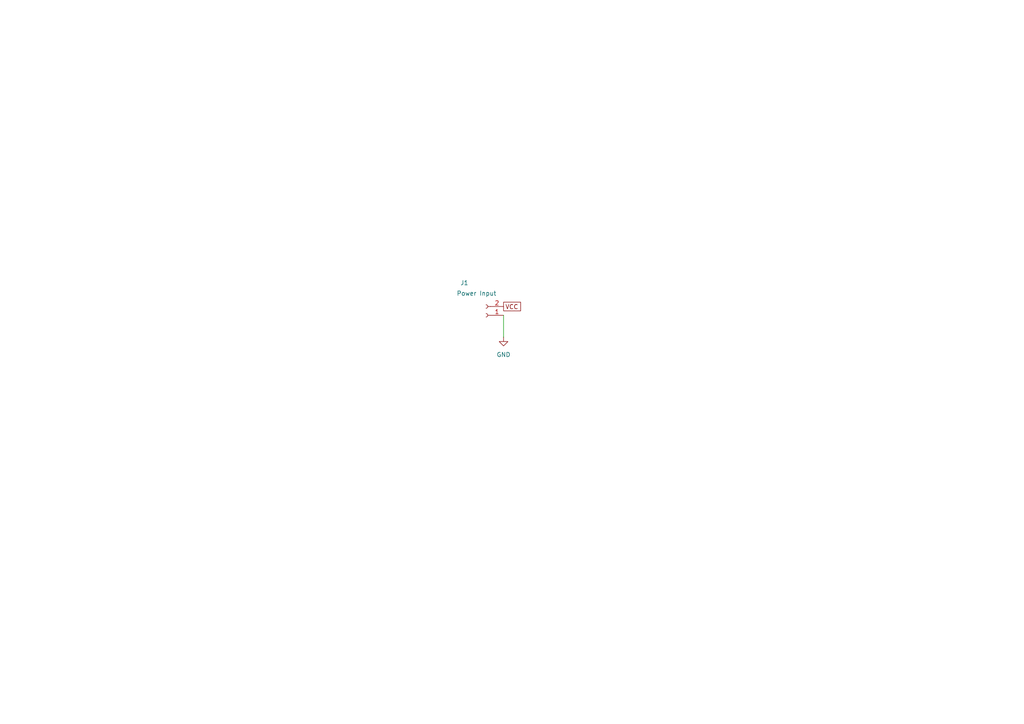
<source format=kicad_sch>
(kicad_sch (version 20250114) (generator "eeschema") (generator_version "9.0")
  (paper "A4")
  (lib_symbols
    (symbol "Connector:Conn_01x02_Socket" (pin_names (offset 1.016) (hide yes))
      (property "Reference" "J" (at 0 2.54 0))
      (property "Value" "Conn_01x02_Socket" (at 0 -5.08 0))
      (symbol "Conn_01x02_Socket_1_1"
        (polyline (pts (xy -1.27 0) (xy -0.508 0)) (stroke (width 0.1524)))
        (polyline (pts (xy -1.27 -2.54) (xy -0.508 -2.54)) (stroke (width 0.1524)))
        (arc (start 0 -0.508) (mid -0.5058 0) (end 0 0.508) (stroke (width 0.1524)))
        (arc (start 0 -3.048) (mid -0.5058 -2.54) (end 0 -2.032) (stroke (width 0.1524)))
        (pin passive line (at -5.08 0 0) (length 3.81) (name "Pin_1") (number "1"))
        (pin passive line (at -5.08 -2.54 0) (length 3.81) (name "Pin_2") (number "2"))
      )
    )
    (symbol "power:GND" (power) (pin_numbers (hide yes)) (pin_names (offset 0) (hide yes))
      (property "Value" "GND" (at 0 -3.81 0))
      (symbol "GND_0_1"
        (polyline (pts (xy 0 0) (xy 0 -1.27) (xy 1.27 -1.27) (xy 0 -2.54) (xy -1.27 -1.27) (xy 0 -1.27)))
      )
      (symbol "GND_1_1"
        (pin power_in line (at 0 0 270) (length 0) (name "~") (number "1"))
      )
    )
  )
  (wire (pts (xy 146.05 91.44) (xy 146.05 97.79)))
  (global_label "VCC" (shape passive) (at 146.05 88.9 0) (property "Intersheetrefs" "${INTERSHEET_REFS}" (effects (hide yes))))
  (symbol (lib_id "power:GND") (at 146.05 97.79 0) (unit 1)
    (property "Reference" "#PWR04" (effects (hide yes)))
    (property "Value" "GND" (at 146.05 102.87 0))
    (property "Description" "Power symbol creates a global label with name \"GND\" , ground" (effects (hide yes)))
  )
  (symbol (lib_id "Connector:Conn_01x02_Socket") (at 140.97 91.44 180) (unit 1)
    (property "Reference" "J1" (at 135.89 82.042 0) (effects (justify left)))
    (property "Value" "Power Input" (at 144.018 85.09 0) (effects (justify left)))
    (property "Footprint" "Connector_PinHeader_2.54mm:PinHeader_1x02_P2.54mm_Vertical" (effects (hide yes)))
    (property "Description" "Generic connector, single row, 01x02, script generated" (effects (hide yes)))
  )
)
</source>
